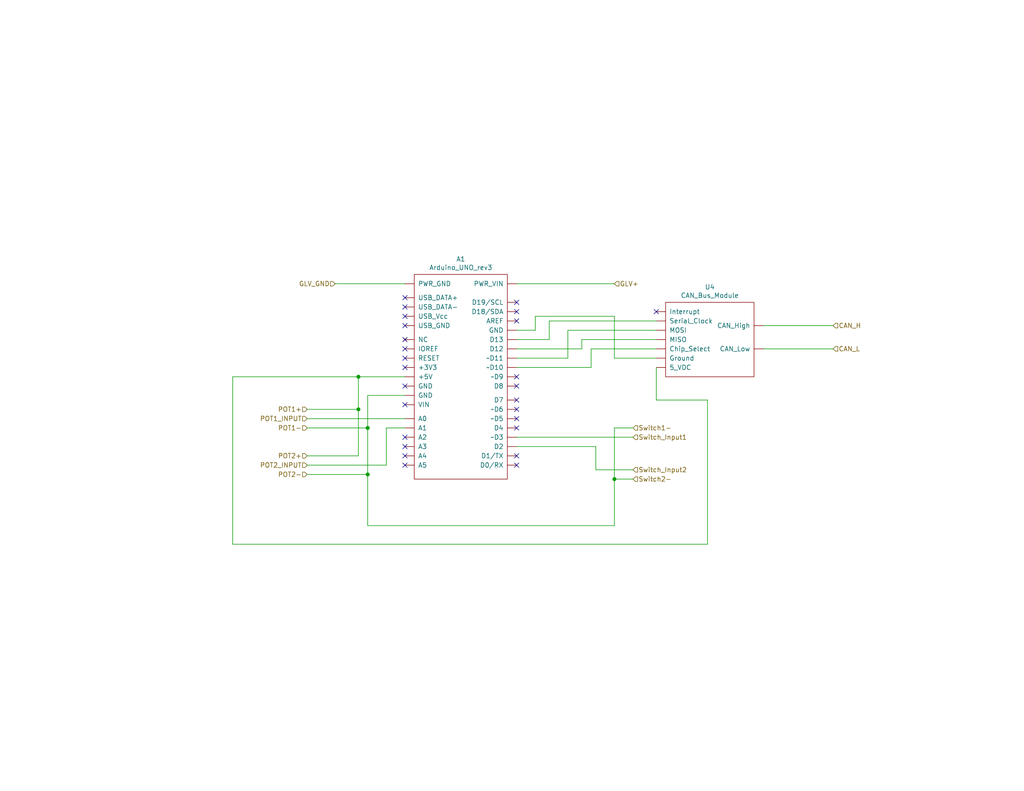
<source format=kicad_sch>
(kicad_sch (version 20211123) (generator eeschema)
  (paper "A")
  (title_block (title "Pedal Box") (date "2020-10-15") (rev "2") (company "Northeastern Electric Racing") (comment 1 "https://github.com/Northeastern-Electric-Racing/NER") (comment 2 "For authors and other info, contact Chief Electrical Engineer"))
  (lib_symbols
    (symbol "NER:Arduino_UNO_rev3" (pin_names (offset 1.016))
      (property "Reference" "A" (at 0 3.81 0))
      (property "Value" "NER_Arduino_UNO_rev3" (at 0 1.27 0))
      (symbol "Arduino_UNO_rev3_0_1"
        (rectangle (start 12.7 -57.15) (end -12.7 -1.27))
      )
      (symbol "Arduino_UNO_rev3_1_1"
        (pin power_out line (at -15.24 -26.67 0) (length 2.54) (name "+3V3") (number "~"))
        (pin power_out line (at -15.24 -29.21 0) (length 2.54) (name "+5V") (number "~"))
        (pin input line (at -15.24 -40.64 0) (length 2.54) (name "A0") (number "~"))
        (pin input line (at -15.24 -43.18 0) (length 2.54) (name "A1") (number "~"))
        (pin input line (at -15.24 -45.72 0) (length 2.54) (name "A2") (number "~"))
        (pin input line (at -15.24 -48.26 0) (length 2.54) (name "A3") (number "~"))
        (pin input line (at -15.24 -50.8 0) (length 2.54) (name "A4") (number "~"))
        (pin input line (at -15.24 -53.34 0) (length 2.54) (name "A5") (number "~"))
        (pin passive line (at 15.24 -13.97 180) (length 2.54) (name "AREF") (number "~"))
        (pin bidirectional line (at 15.24 -53.34 180) (length 2.54) (name "D0/RX") (number "~"))
        (pin bidirectional line (at 15.24 -50.8 180) (length 2.54) (name "D1/TX") (number "~"))
        (pin bidirectional line (at 15.24 -21.59 180) (length 2.54) (name "D12") (number "~"))
        (pin bidirectional line (at 15.24 -19.05 180) (length 2.54) (name "D13") (number "~"))
        (pin bidirectional line (at 15.24 -11.43 180) (length 2.54) (name "D18/SDA") (number "~"))
        (pin bidirectional line (at 15.24 -8.89 180) (length 2.54) (name "D19/SCL") (number "~"))
        (pin bidirectional line (at 15.24 -48.26 180) (length 2.54) (name "D2") (number "~"))
        (pin bidirectional line (at 15.24 -43.18 180) (length 2.54) (name "D4") (number "~"))
        (pin bidirectional line (at 15.24 -35.56 180) (length 2.54) (name "D7") (number "~"))
        (pin bidirectional line (at 15.24 -31.75 180) (length 2.54) (name "D8") (number "~"))
        (pin passive line (at -15.24 -34.29 0) (length 2.54) (name "GND") (number "~"))
        (pin passive line (at -15.24 -31.75 0) (length 2.54) (name "GND") (number "~"))
        (pin passive line (at 15.24 -16.51 180) (length 2.54) (name "GND") (number "~"))
        (pin passive line (at -15.24 -21.59 0) (length 2.54) (name "IOREF") (number "~"))
        (pin no_connect line (at -15.24 -19.05 0) (length 2.54) (name "NC") (number "~"))
        (pin passive line (at -15.24 -3.81 0) (length 2.54) (name "PWR_GND") (number "~"))
        (pin power_in line (at 15.24 -3.81 180) (length 2.54) (name "PWR_VIN") (number "~"))
        (pin input line (at -15.24 -24.13 0) (length 2.54) (name "RESET") (number "~"))
        (pin bidirectional line (at -15.24 -7.62 0) (length 2.54) (name "USB_DATA+") (number "~"))
        (pin bidirectional line (at -15.24 -10.16 0) (length 2.54) (name "USB_DATA-") (number "~"))
        (pin passive line (at -15.24 -15.24 0) (length 2.54) (name "USB_GND") (number "~"))
        (pin power_in line (at -15.24 -12.7 0) (length 2.54) (name "USB_Vcc") (number "~"))
        (pin power_in line (at -15.24 -36.83 0) (length 2.54) (name "VIN") (number "~"))
        (pin bidirectional line (at 15.24 -26.67 180) (length 2.54) (name "~D10") (number "~"))
        (pin bidirectional line (at 15.24 -24.13 180) (length 2.54) (name "~D11") (number "~"))
        (pin bidirectional line (at 15.24 -45.72 180) (length 2.54) (name "~D3") (number "~"))
        (pin bidirectional line (at 15.24 -40.64 180) (length 2.54) (name "~D5") (number "~"))
        (pin bidirectional line (at 15.24 -38.1 180) (length 2.54) (name "~D6") (number "~"))
        (pin bidirectional line (at 15.24 -29.21 180) (length 2.54) (name "~D9") (number "~"))
      )
    )
    (symbol "NER:CAN_Bus_Module" (pin_names (offset 1.016))
      (property "Reference" "U" (at 0 1.27 0))
      (property "Value" "NER_CAN_Bus_Module" (at 0 0 0))
      (symbol "CAN_Bus_Module_0_1"
        (rectangle (start -11.43 -1.27) (end 12.7 -21.59))
      )
      (symbol "CAN_Bus_Module_1_1"
        (pin input line (at -13.97 -19.05 0) (length 2.54) (name "5_VDC") (number "~"))
        (pin input line (at 15.24 -7.62 180) (length 2.54) (name "CAN_High") (number "~"))
        (pin input line (at 15.24 -13.97 180) (length 2.54) (name "CAN_Low") (number "~"))
        (pin input line (at -13.97 -13.97 0) (length 2.54) (name "Chip_Select") (number "~"))
        (pin input line (at -13.97 -16.51 0) (length 2.54) (name "Ground") (number "~"))
        (pin input line (at -13.97 -3.81 0) (length 2.54) (name "Interrupt") (number "~"))
        (pin input line (at -13.97 -11.43 0) (length 2.54) (name "MISO") (number "~"))
        (pin input line (at -13.97 -8.89 0) (length 2.54) (name "MOSI") (number "~"))
        (pin input line (at -13.97 -6.35 0) (length 2.54) (name "Serial_Clock") (number "~"))
      )
    )
  )
  (junction (at 167.64 130.81))
  (junction (at 100.33 116.84))
  (junction (at 100.33 129.54))
  (junction (at 97.79 102.87))
  (junction (at 97.79 111.76))
  (no_connect (at 140.97 87.63))
  (no_connect (at 110.49 100.33))
  (no_connect (at 140.97 111.76))
  (no_connect (at 140.97 102.87))
  (no_connect (at 140.97 124.46))
  (no_connect (at 110.49 92.71))
  (no_connect (at 110.49 95.25))
  (no_connect (at 110.49 97.79))
  (no_connect (at 110.49 105.41))
  (no_connect (at 110.49 81.28))
  (no_connect (at 140.97 114.3))
  (no_connect (at 140.97 85.09))
  (no_connect (at 110.49 86.36))
  (no_connect (at 140.97 105.41))
  (no_connect (at 110.49 121.92))
  (no_connect (at 140.97 127))
  (no_connect (at 110.49 127))
  (no_connect (at 140.97 116.84))
  (no_connect (at 110.49 88.9))
  (no_connect (at 110.49 110.49))
  (no_connect (at 140.97 82.55))
  (no_connect (at 110.49 119.38))
  (no_connect (at 179.07 85.09))
  (no_connect (at 110.49 124.46))
  (no_connect (at 110.49 83.82))
  (no_connect (at 140.97 109.22))
  (wire (pts (xy 100.33 107.95) (xy 100.33 116.84)))
  (wire (pts (xy 167.64 86.36) (xy 146.05 86.36)))
  (wire (pts (xy 97.79 124.46) (xy 83.82 124.46)))
  (wire (pts (xy 154.94 90.17) (xy 154.94 97.79)))
  (wire (pts (xy 167.64 116.84) (xy 172.72 116.84)))
  (wire (pts (xy 110.49 114.3) (xy 83.82 114.3)))
  (wire (pts (xy 158.75 92.71) (xy 158.75 95.25)))
  (wire (pts (xy 167.64 130.81) (xy 167.64 116.84)))
  (wire (pts (xy 97.79 111.76) (xy 97.79 124.46)))
  (wire (pts (xy 100.33 116.84) (xy 100.33 129.54)))
  (wire (pts (xy 63.5 148.59) (xy 63.5 102.87)))
  (wire (pts (xy 149.86 92.71) (xy 140.97 92.71)))
  (wire (pts (xy 63.5 102.87) (xy 97.79 102.87)))
  (wire (pts (xy 208.28 88.9) (xy 227.33 88.9)))
  (wire (pts (xy 161.29 100.33) (xy 140.97 100.33)))
  (wire (pts (xy 227.33 95.25) (xy 208.28 95.25)))
  (wire (pts (xy 179.07 90.17) (xy 154.94 90.17)))
  (wire (pts (xy 167.64 143.51) (xy 167.64 130.81)))
  (wire (pts (xy 100.33 129.54) (xy 100.33 143.51)))
  (wire (pts (xy 167.64 97.79) (xy 167.64 86.36)))
  (wire (pts (xy 179.07 87.63) (xy 149.86 87.63)))
  (wire (pts (xy 110.49 116.84) (xy 105.41 116.84)))
  (wire (pts (xy 193.04 148.59) (xy 63.5 148.59)))
  (wire (pts (xy 179.07 109.22) (xy 193.04 109.22)))
  (wire (pts (xy 97.79 102.87) (xy 97.79 111.76)))
  (wire (pts (xy 158.75 95.25) (xy 140.97 95.25)))
  (wire (pts (xy 146.05 90.17) (xy 140.97 90.17)))
  (wire (pts (xy 105.41 116.84) (xy 105.41 127)))
  (wire (pts (xy 100.33 129.54) (xy 83.82 129.54)))
  (wire (pts (xy 140.97 121.92) (xy 162.56 121.92)))
  (wire (pts (xy 167.64 77.47) (xy 140.97 77.47)))
  (wire (pts (xy 162.56 121.92) (xy 162.56 128.27)))
  (wire (pts (xy 110.49 102.87) (xy 97.79 102.87)))
  (wire (pts (xy 100.33 116.84) (xy 83.82 116.84)))
  (wire (pts (xy 110.49 107.95) (xy 100.33 107.95)))
  (wire (pts (xy 91.44 77.47) (xy 110.49 77.47)))
  (wire (pts (xy 140.97 119.38) (xy 172.72 119.38)))
  (wire (pts (xy 146.05 86.36) (xy 146.05 90.17)))
  (wire (pts (xy 97.79 111.76) (xy 83.82 111.76)))
  (wire (pts (xy 100.33 143.51) (xy 167.64 143.51)))
  (wire (pts (xy 105.41 127) (xy 83.82 127)))
  (wire (pts (xy 167.64 130.81) (xy 172.72 130.81)))
  (wire (pts (xy 179.07 95.25) (xy 161.29 95.25)))
  (wire (pts (xy 179.07 97.79) (xy 167.64 97.79)))
  (wire (pts (xy 154.94 97.79) (xy 140.97 97.79)))
  (wire (pts (xy 179.07 100.33) (xy 179.07 109.22)))
  (wire (pts (xy 161.29 95.25) (xy 161.29 100.33)))
  (wire (pts (xy 162.56 128.27) (xy 172.72 128.27)))
  (wire (pts (xy 149.86 87.63) (xy 149.86 92.71)))
  (wire (pts (xy 179.07 92.71) (xy 158.75 92.71)))
  (wire (pts (xy 193.04 109.22) (xy 193.04 148.59)))
  (hierarchical_label "POT2-" (shape input) (at 83.82 129.54 180))
  (hierarchical_label "POT2+" (shape input) (at 83.82 124.46 180))
  (hierarchical_label "Switch_Input2" (shape input) (at 172.72 128.27 0))
  (hierarchical_label "GLV+" (shape input) (at 167.64 77.47 0))
  (hierarchical_label "POT1_INPUT" (shape input) (at 83.82 114.3 180))
  (hierarchical_label "POT1-" (shape input) (at 83.82 116.84 180))
  (hierarchical_label "CAN_H" (shape input) (at 227.33 88.9 0))
  (hierarchical_label "POT2_INPUT" (shape input) (at 83.82 127 180))
  (hierarchical_label "Switch1-" (shape input) (at 172.72 116.84 0))
  (hierarchical_label "CAN_L" (shape input) (at 227.33 95.25 0))
  (hierarchical_label "GLV_GND" (shape input) (at 91.44 77.47 180))
  (hierarchical_label "Switch_Input1" (shape input) (at 172.72 119.38 0))
  (hierarchical_label "Switch2-" (shape input) (at 172.72 130.81 0))
  (hierarchical_label "POT1+" (shape input) (at 83.82 111.76 180))
  (symbol (lib_id "NER:Arduino_UNO_rev3") (at 125.73 73.66 0) (unit 1)
    (property "Reference" "A1" (at 125.73 70.739 0))
    (property "Value" "Arduino_UNO_rev3" (at 125.73 73.0504 0))
  )
  (symbol (lib_id "NER:CAN_Bus_Module") (at 193.04 81.28 0) (unit 1)
    (property "Reference" "U4" (at 193.675 78.359 0))
    (property "Value" "CAN_Bus_Module" (at 193.675 80.6704 0))
  )
)
</source>
